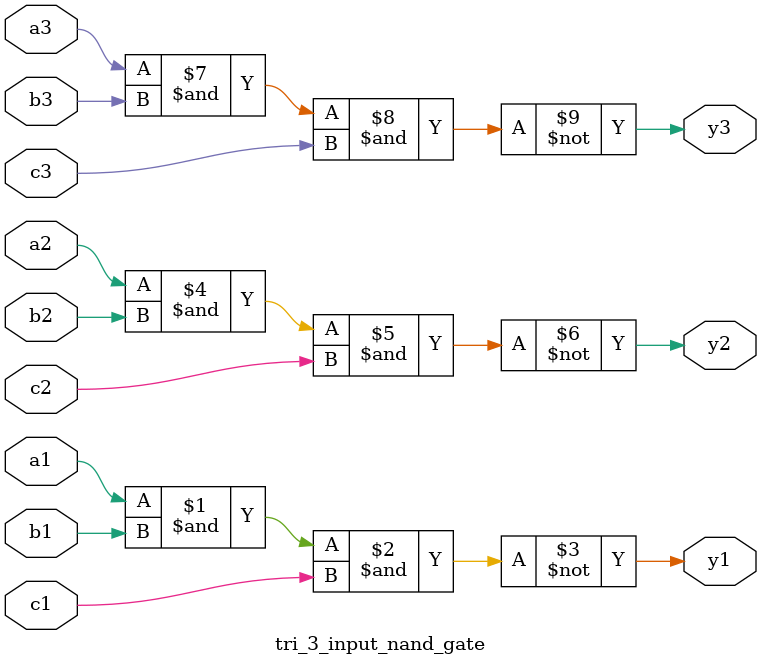
<source format=v>
`timescale 1ns / 1ps

module tri_3_input_nand_gate#(parameter DELAY = 10)(
    input wire a1,b1,c1,a2,b2,c2,a3,b3,c3,
    output wire y1,y2,y3
    );
    
    nand #DELAY (y1,a1,b1,c1);
    nand #DELAY (y2,a2,b2,c2);
    nand #DELAY (y3,a3,b3,c3);
    
endmodule

</source>
